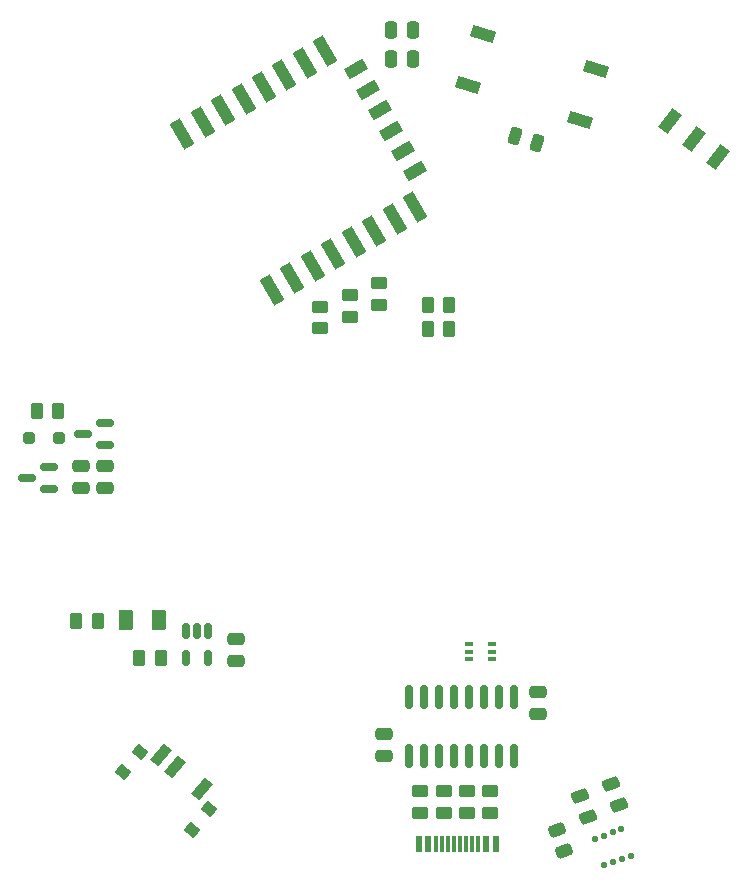
<source format=gbr>
%TF.GenerationSoftware,KiCad,Pcbnew,8.0.8*%
%TF.CreationDate,2025-04-01T18:22:34+02:00*%
%TF.ProjectId,Haibadge_B,48616962-6164-4676-955f-422e6b696361,rev?*%
%TF.SameCoordinates,Original*%
%TF.FileFunction,Paste,Bot*%
%TF.FilePolarity,Positive*%
%FSLAX46Y46*%
G04 Gerber Fmt 4.6, Leading zero omitted, Abs format (unit mm)*
G04 Created by KiCad (PCBNEW 8.0.8) date 2025-04-01 18:22:34*
%MOMM*%
%LPD*%
G01*
G04 APERTURE LIST*
G04 Aperture macros list*
%AMRoundRect*
0 Rectangle with rounded corners*
0 $1 Rounding radius*
0 $2 $3 $4 $5 $6 $7 $8 $9 X,Y pos of 4 corners*
0 Add a 4 corners polygon primitive as box body*
4,1,4,$2,$3,$4,$5,$6,$7,$8,$9,$2,$3,0*
0 Add four circle primitives for the rounded corners*
1,1,$1+$1,$2,$3*
1,1,$1+$1,$4,$5*
1,1,$1+$1,$6,$7*
1,1,$1+$1,$8,$9*
0 Add four rect primitives between the rounded corners*
20,1,$1+$1,$2,$3,$4,$5,0*
20,1,$1+$1,$4,$5,$6,$7,0*
20,1,$1+$1,$6,$7,$8,$9,0*
20,1,$1+$1,$8,$9,$2,$3,0*%
%AMRotRect*
0 Rectangle, with rotation*
0 The origin of the aperture is its center*
0 $1 length*
0 $2 width*
0 $3 Rotation angle, in degrees counterclockwise*
0 Add horizontal line*
21,1,$1,$2,0,0,$3*%
G04 Aperture macros list end*
%ADD10RoundRect,0.250000X-0.450000X0.262500X-0.450000X-0.262500X0.450000X-0.262500X0.450000X0.262500X0*%
%ADD11RoundRect,0.250000X-0.250000X-0.475000X0.250000X-0.475000X0.250000X0.475000X-0.250000X0.475000X0*%
%ADD12RoundRect,0.250000X0.262500X0.450000X-0.262500X0.450000X-0.262500X-0.450000X0.262500X-0.450000X0*%
%ADD13RoundRect,0.250000X-0.262500X-0.450000X0.262500X-0.450000X0.262500X0.450000X-0.262500X0.450000X0*%
%ADD14RoundRect,0.150000X0.587500X0.150000X-0.587500X0.150000X-0.587500X-0.150000X0.587500X-0.150000X0*%
%ADD15RoundRect,0.250000X-0.475000X0.250000X-0.475000X-0.250000X0.475000X-0.250000X0.475000X0.250000X0*%
%ADD16RoundRect,0.250000X0.450000X-0.262500X0.450000X0.262500X-0.450000X0.262500X-0.450000X-0.262500X0*%
%ADD17RotRect,2.000000X1.000000X163.000000*%
%ADD18RoundRect,0.250000X-0.384547X-0.374498X0.090981X-0.529006X0.384547X0.374498X-0.090981X0.529006X0*%
%ADD19RoundRect,0.100000X-0.225000X-0.100000X0.225000X-0.100000X0.225000X0.100000X-0.225000X0.100000X0*%
%ADD20RoundRect,0.150000X0.150000X-0.825000X0.150000X0.825000X-0.150000X0.825000X-0.150000X-0.825000X0*%
%ADD21RoundRect,0.150000X-0.150000X0.512500X-0.150000X-0.512500X0.150000X-0.512500X0.150000X0.512500X0*%
%ADD22RoundRect,0.250000X0.475000X-0.250000X0.475000X0.250000X-0.475000X0.250000X-0.475000X-0.250000X0*%
%ADD23RotRect,0.900000X1.800000X140.000000*%
%ADD24RotRect,1.100000X0.930000X140.000000*%
%ADD25RoundRect,0.250000X0.531859X-0.072464X0.360849X0.397383X-0.531859X0.072464X-0.360849X-0.397383X0*%
%ADD26RoundRect,0.250000X0.512642X-0.092760X0.333081X0.400578X-0.512642X0.092760X-0.333081X-0.400578X0*%
%ADD27RoundRect,0.250000X0.375000X0.625000X-0.375000X0.625000X-0.375000X-0.625000X0.375000X-0.625000X0*%
%ADD28RoundRect,0.125000X-0.070434X-0.171960X0.164489X-0.086455X0.070434X0.171960X-0.164489X0.086455X0*%
%ADD29RotRect,1.000000X2.000000X322.700000*%
%ADD30RoundRect,0.250000X0.250000X0.250000X-0.250000X0.250000X-0.250000X-0.250000X0.250000X-0.250000X0*%
%ADD31R,0.600000X1.450000*%
%ADD32R,0.300000X1.450000*%
%ADD33RotRect,2.500000X1.000000X300.000000*%
%ADD34RotRect,1.000000X1.800000X300.000000*%
G04 APERTURE END LIST*
D10*
%TO.C,R10*%
X133600000Y-125462500D03*
X133600000Y-127287500D03*
%TD*%
D11*
%TO.C,C22*%
X134550000Y-104000000D03*
X136450000Y-104000000D03*
%TD*%
D12*
%TO.C,R4*%
X109775000Y-154050000D03*
X107950000Y-154050000D03*
%TD*%
D13*
%TO.C,R12*%
X113275000Y-157200000D03*
X115100000Y-157200000D03*
%TD*%
%TO.C,R14*%
X137675000Y-129300000D03*
X139500000Y-129300000D03*
%TD*%
D14*
%TO.C,U4*%
X110400000Y-137300000D03*
X110400000Y-139200000D03*
X108525000Y-138250000D03*
%TD*%
D11*
%TO.C,C23*%
X134550000Y-106500000D03*
X136450000Y-106500000D03*
%TD*%
D14*
%TO.C,Q3*%
X105600000Y-141000000D03*
X105600000Y-142900000D03*
X103725000Y-141950000D03*
%TD*%
D15*
%TO.C,C19*%
X110400000Y-140900000D03*
X110400000Y-142800000D03*
%TD*%
D16*
%TO.C,R7*%
X139050000Y-170300000D03*
X139050000Y-168475000D03*
%TD*%
D17*
%TO.C,SW1*%
X151939360Y-107310173D03*
X142376313Y-104386456D03*
X150623687Y-111613544D03*
X141060640Y-108689827D03*
%TD*%
D18*
%TO.C,C16*%
X145096496Y-113000000D03*
X146903504Y-113587134D03*
%TD*%
D19*
%TO.C,Q1*%
X141200000Y-157300000D03*
X141200000Y-156650000D03*
X141200000Y-156000000D03*
X143100000Y-156000000D03*
X143100000Y-156650000D03*
X143100000Y-157300000D03*
%TD*%
D20*
%TO.C,U2*%
X145000000Y-165475000D03*
X143730000Y-165475000D03*
X142460000Y-165475000D03*
X141190000Y-165475000D03*
X139920000Y-165475000D03*
X138650000Y-165475000D03*
X137380000Y-165475000D03*
X136110000Y-165475000D03*
X136110000Y-160525000D03*
X137380000Y-160525000D03*
X138650000Y-160525000D03*
X139920000Y-160525000D03*
X141190000Y-160525000D03*
X142460000Y-160525000D03*
X143730000Y-160525000D03*
X145000000Y-160525000D03*
%TD*%
D21*
%TO.C,U3*%
X117187500Y-154912500D03*
X118137500Y-154912500D03*
X119087500Y-154912500D03*
X119087500Y-157187500D03*
X117187500Y-157187500D03*
%TD*%
D10*
%TO.C,R6*%
X137000000Y-168475000D03*
X137000000Y-170300000D03*
%TD*%
D22*
%TO.C,C21*%
X121500000Y-157450000D03*
X121500000Y-155550000D03*
%TD*%
D10*
%TO.C,R9*%
X131100000Y-126462500D03*
X131100000Y-128287500D03*
%TD*%
D23*
%TO.C,SW2*%
X118565777Y-168318165D03*
X116267644Y-166389802D03*
X115118577Y-165425621D03*
D24*
X113359128Y-165111079D03*
X111900000Y-166850000D03*
X117721937Y-171735186D03*
X119181065Y-169996265D03*
%TD*%
D15*
%TO.C,C20*%
X108300000Y-140900000D03*
X108300000Y-142800000D03*
%TD*%
D25*
%TO.C,C17*%
X151261165Y-170683656D03*
X150611327Y-168898240D03*
%TD*%
D22*
%TO.C,C25*%
X147000000Y-161975000D03*
X147000000Y-160075000D03*
%TD*%
D26*
%TO.C,R3*%
X149238763Y-173500000D03*
X148614575Y-171785062D03*
%TD*%
D27*
%TO.C,D16*%
X114950000Y-154000000D03*
X112150000Y-154000000D03*
%TD*%
D16*
%TO.C,R5*%
X143000000Y-170300000D03*
X143000000Y-168475000D03*
%TD*%
D10*
%TO.C,R11*%
X128600000Y-127462500D03*
X128600000Y-129287500D03*
%TD*%
D28*
%TO.C,U6*%
X152646886Y-174742527D03*
X153398640Y-174468912D03*
X154150394Y-174195295D03*
X154902147Y-173921679D03*
X154089850Y-171689909D03*
X153338096Y-171963524D03*
X152586342Y-172237141D03*
X151834589Y-172510757D03*
%TD*%
D29*
%TO.C,J1*%
X158241670Y-111716878D03*
X160262173Y-113256089D03*
X162282676Y-114795300D03*
%TD*%
D30*
%TO.C,D17*%
X106450000Y-138600000D03*
X103950000Y-138600000D03*
%TD*%
D25*
%TO.C,C18*%
X153847854Y-169678514D03*
X153198016Y-167893098D03*
%TD*%
D15*
%TO.C,C24*%
X134000000Y-163600000D03*
X134000000Y-165500000D03*
%TD*%
D13*
%TO.C,R2*%
X137675000Y-127300000D03*
X139500000Y-127300000D03*
%TD*%
D10*
%TO.C,R8*%
X141000000Y-168475000D03*
X141000000Y-170300000D03*
%TD*%
D31*
%TO.C,J2*%
X143430000Y-172905000D03*
X142630000Y-172905000D03*
D32*
X141430000Y-172905000D03*
X140430000Y-172905000D03*
X139930000Y-172905000D03*
X138930000Y-172905000D03*
D31*
X137730000Y-172905000D03*
X136930000Y-172905000D03*
X136930000Y-172905000D03*
X137730000Y-172905000D03*
D32*
X138430000Y-172905000D03*
X139430000Y-172905000D03*
X140930000Y-172905000D03*
X141930000Y-172905000D03*
D31*
X142630000Y-172905000D03*
X143430000Y-172905000D03*
%TD*%
D12*
%TO.C,R13*%
X106412500Y-136300000D03*
X104587500Y-136300000D03*
%TD*%
D33*
%TO.C,U1*%
X116900000Y-112836414D03*
X118632051Y-111836414D03*
X120364102Y-110836414D03*
X122096153Y-109836414D03*
X123828203Y-108836414D03*
X125560254Y-107836414D03*
X127292305Y-106836414D03*
X129024356Y-105836414D03*
D34*
X131623394Y-107338080D03*
X132623394Y-109070131D03*
X133623394Y-110802182D03*
X134623394Y-112534232D03*
X135623394Y-114266283D03*
X136623394Y-115998334D03*
D33*
X136624356Y-119000000D03*
X134892305Y-120000000D03*
X133160254Y-121000000D03*
X131428203Y-122000000D03*
X129696153Y-123000000D03*
X127964102Y-124000000D03*
X126232051Y-125000000D03*
X124500000Y-126000000D03*
%TD*%
M02*

</source>
